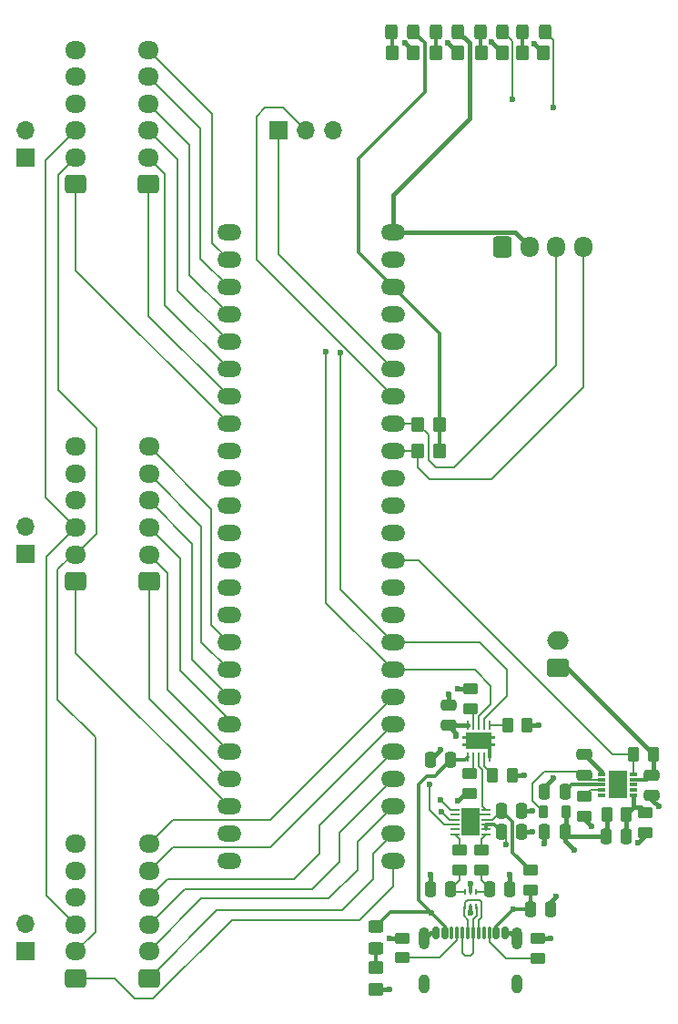
<source format=gtl>
G04 #@! TF.GenerationSoftware,KiCad,Pcbnew,8.0.8*
G04 #@! TF.CreationDate,2025-03-10T12:23:01-04:00*
G04 #@! TF.ProjectId,ground-receiver,67726f75-6e64-42d7-9265-636569766572,rev?*
G04 #@! TF.SameCoordinates,Original*
G04 #@! TF.FileFunction,Copper,L1,Top*
G04 #@! TF.FilePolarity,Positive*
%FSLAX46Y46*%
G04 Gerber Fmt 4.6, Leading zero omitted, Abs format (unit mm)*
G04 Created by KiCad (PCBNEW 8.0.8) date 2025-03-10 12:23:01*
%MOMM*%
%LPD*%
G01*
G04 APERTURE LIST*
G04 Aperture macros list*
%AMRoundRect*
0 Rectangle with rounded corners*
0 $1 Rounding radius*
0 $2 $3 $4 $5 $6 $7 $8 $9 X,Y pos of 4 corners*
0 Add a 4 corners polygon primitive as box body*
4,1,4,$2,$3,$4,$5,$6,$7,$8,$9,$2,$3,0*
0 Add four circle primitives for the rounded corners*
1,1,$1+$1,$2,$3*
1,1,$1+$1,$4,$5*
1,1,$1+$1,$6,$7*
1,1,$1+$1,$8,$9*
0 Add four rect primitives between the rounded corners*
20,1,$1+$1,$2,$3,$4,$5,0*
20,1,$1+$1,$4,$5,$6,$7,0*
20,1,$1+$1,$6,$7,$8,$9,0*
20,1,$1+$1,$8,$9,$2,$3,0*%
G04 Aperture macros list end*
G04 #@! TA.AperFunction,EtchedComponent*
%ADD10C,0.000000*%
G04 #@! TD*
G04 #@! TA.AperFunction,SMDPad,CuDef*
%ADD11RoundRect,0.050000X0.350000X0.050000X-0.350000X0.050000X-0.350000X-0.050000X0.350000X-0.050000X0*%
G04 #@! TD*
G04 #@! TA.AperFunction,HeatsinkPad*
%ADD12R,1.700000X2.500000*%
G04 #@! TD*
G04 #@! TA.AperFunction,SMDPad,CuDef*
%ADD13R,0.254000X0.812800*%
G04 #@! TD*
G04 #@! TA.AperFunction,SMDPad,CuDef*
%ADD14R,2.400000X1.650000*%
G04 #@! TD*
G04 #@! TA.AperFunction,SMDPad,CuDef*
%ADD15RoundRect,0.250000X0.262500X0.450000X-0.262500X0.450000X-0.262500X-0.450000X0.262500X-0.450000X0*%
G04 #@! TD*
G04 #@! TA.AperFunction,ComponentPad*
%ADD16RoundRect,0.250000X-0.600000X-0.725000X0.600000X-0.725000X0.600000X0.725000X-0.600000X0.725000X0*%
G04 #@! TD*
G04 #@! TA.AperFunction,ComponentPad*
%ADD17O,1.700000X1.950000*%
G04 #@! TD*
G04 #@! TA.AperFunction,SMDPad,CuDef*
%ADD18RoundRect,0.250000X-0.350000X-0.450000X0.350000X-0.450000X0.350000X0.450000X-0.350000X0.450000X0*%
G04 #@! TD*
G04 #@! TA.AperFunction,SMDPad,CuDef*
%ADD19RoundRect,0.250000X-0.450000X0.262500X-0.450000X-0.262500X0.450000X-0.262500X0.450000X0.262500X0*%
G04 #@! TD*
G04 #@! TA.AperFunction,SMDPad,CuDef*
%ADD20RoundRect,0.250000X0.250000X0.475000X-0.250000X0.475000X-0.250000X-0.475000X0.250000X-0.475000X0*%
G04 #@! TD*
G04 #@! TA.AperFunction,SMDPad,CuDef*
%ADD21RoundRect,0.250000X-0.250000X-0.475000X0.250000X-0.475000X0.250000X0.475000X-0.250000X0.475000X0*%
G04 #@! TD*
G04 #@! TA.AperFunction,SMDPad,CuDef*
%ADD22RoundRect,0.250000X0.450000X-0.262500X0.450000X0.262500X-0.450000X0.262500X-0.450000X-0.262500X0*%
G04 #@! TD*
G04 #@! TA.AperFunction,SMDPad,CuDef*
%ADD23RoundRect,0.250000X0.475000X-0.250000X0.475000X0.250000X-0.475000X0.250000X-0.475000X-0.250000X0*%
G04 #@! TD*
G04 #@! TA.AperFunction,ComponentPad*
%ADD24O,2.250000X1.500000*%
G04 #@! TD*
G04 #@! TA.AperFunction,ComponentPad*
%ADD25RoundRect,0.250000X0.725000X-0.600000X0.725000X0.600000X-0.725000X0.600000X-0.725000X-0.600000X0*%
G04 #@! TD*
G04 #@! TA.AperFunction,ComponentPad*
%ADD26O,1.950000X1.700000*%
G04 #@! TD*
G04 #@! TA.AperFunction,SMDPad,CuDef*
%ADD27RoundRect,0.250000X0.450000X-0.325000X0.450000X0.325000X-0.450000X0.325000X-0.450000X-0.325000X0*%
G04 #@! TD*
G04 #@! TA.AperFunction,SMDPad,CuDef*
%ADD28RoundRect,0.250000X-0.475000X0.250000X-0.475000X-0.250000X0.475000X-0.250000X0.475000X0.250000X0*%
G04 #@! TD*
G04 #@! TA.AperFunction,ComponentPad*
%ADD29RoundRect,0.250000X0.750000X-0.600000X0.750000X0.600000X-0.750000X0.600000X-0.750000X-0.600000X0*%
G04 #@! TD*
G04 #@! TA.AperFunction,ComponentPad*
%ADD30O,2.000000X1.700000*%
G04 #@! TD*
G04 #@! TA.AperFunction,SMDPad,CuDef*
%ADD31RoundRect,0.250000X-0.325000X-0.450000X0.325000X-0.450000X0.325000X0.450000X-0.325000X0.450000X0*%
G04 #@! TD*
G04 #@! TA.AperFunction,ComponentPad*
%ADD32R,1.700000X1.700000*%
G04 #@! TD*
G04 #@! TA.AperFunction,ComponentPad*
%ADD33O,1.700000X1.700000*%
G04 #@! TD*
G04 #@! TA.AperFunction,SMDPad,CuDef*
%ADD34R,0.279400X0.584200*%
G04 #@! TD*
G04 #@! TA.AperFunction,SMDPad,CuDef*
%ADD35RoundRect,0.250000X0.350000X0.450000X-0.350000X0.450000X-0.350000X-0.450000X0.350000X-0.450000X0*%
G04 #@! TD*
G04 #@! TA.AperFunction,SMDPad,CuDef*
%ADD36RoundRect,0.250000X-0.262500X-0.450000X0.262500X-0.450000X0.262500X0.450000X-0.262500X0.450000X0*%
G04 #@! TD*
G04 #@! TA.AperFunction,SMDPad,CuDef*
%ADD37R,0.800000X0.300000*%
G04 #@! TD*
G04 #@! TA.AperFunction,SMDPad,CuDef*
%ADD38R,1.750000X2.500000*%
G04 #@! TD*
G04 #@! TA.AperFunction,SMDPad,CuDef*
%ADD39RoundRect,0.218750X0.218750X0.381250X-0.218750X0.381250X-0.218750X-0.381250X0.218750X-0.381250X0*%
G04 #@! TD*
G04 #@! TA.AperFunction,SMDPad,CuDef*
%ADD40RoundRect,0.150000X-0.150000X-0.425000X0.150000X-0.425000X0.150000X0.425000X-0.150000X0.425000X0*%
G04 #@! TD*
G04 #@! TA.AperFunction,SMDPad,CuDef*
%ADD41RoundRect,0.075000X-0.075000X-0.500000X0.075000X-0.500000X0.075000X0.500000X-0.075000X0.500000X0*%
G04 #@! TD*
G04 #@! TA.AperFunction,HeatsinkPad*
%ADD42O,1.000000X2.100000*%
G04 #@! TD*
G04 #@! TA.AperFunction,HeatsinkPad*
%ADD43O,1.000000X1.800000*%
G04 #@! TD*
G04 #@! TA.AperFunction,SMDPad,CuDef*
%ADD44RoundRect,0.250000X-0.450000X0.350000X-0.450000X-0.350000X0.450000X-0.350000X0.450000X0.350000X0*%
G04 #@! TD*
G04 #@! TA.AperFunction,ViaPad*
%ADD45C,0.600000*%
G04 #@! TD*
G04 #@! TA.AperFunction,Conductor*
%ADD46C,0.152400*%
G04 #@! TD*
G04 #@! TA.AperFunction,Conductor*
%ADD47C,0.381000*%
G04 #@! TD*
G04 #@! TA.AperFunction,Conductor*
%ADD48C,0.304800*%
G04 #@! TD*
G04 #@! TA.AperFunction,Conductor*
%ADD49C,0.300000*%
G04 #@! TD*
G04 #@! TA.AperFunction,Conductor*
%ADD50C,0.200000*%
G04 #@! TD*
G04 APERTURE END LIST*
D10*
G04 #@! TA.AperFunction,EtchedComponent*
G36*
X153700252Y-111652263D02*
G01*
X153400252Y-111652263D01*
X153400252Y-111402263D01*
X153700252Y-111402263D01*
X153700252Y-111652263D01*
G37*
G04 #@! TD.AperFunction*
G04 #@! TA.AperFunction,EtchedComponent*
G36*
X153700252Y-111652263D02*
G01*
X153400252Y-111652263D01*
X153400252Y-111402263D01*
X153700252Y-111402263D01*
X153700252Y-111652263D01*
G37*
G04 #@! TD.AperFunction*
G04 #@! TA.AperFunction,EtchedComponent*
G36*
X156400252Y-111652263D02*
G01*
X156100252Y-111652263D01*
X156100252Y-111402263D01*
X156400252Y-111402263D01*
X156400252Y-111652263D01*
G37*
G04 #@! TD.AperFunction*
G04 #@! TA.AperFunction,EtchedComponent*
G36*
X156400252Y-111652263D02*
G01*
X156100252Y-111652263D01*
X156100252Y-111402263D01*
X156400252Y-111402263D01*
X156400252Y-111652263D01*
G37*
G04 #@! TD.AperFunction*
G04 #@! TA.AperFunction,EtchedComponent*
G36*
X153700252Y-110902137D02*
G01*
X153400252Y-110902137D01*
X153400252Y-110652137D01*
X153700252Y-110652137D01*
X153700252Y-110902137D01*
G37*
G04 #@! TD.AperFunction*
G04 #@! TA.AperFunction,EtchedComponent*
G36*
X153700252Y-110902137D02*
G01*
X153400252Y-110902137D01*
X153400252Y-110652137D01*
X153700252Y-110652137D01*
X153700252Y-110902137D01*
G37*
G04 #@! TD.AperFunction*
G04 #@! TA.AperFunction,EtchedComponent*
G36*
X156400252Y-110902137D02*
G01*
X156100252Y-110902137D01*
X156100252Y-110652137D01*
X156400252Y-110652137D01*
X156400252Y-110902137D01*
G37*
G04 #@! TD.AperFunction*
G04 #@! TA.AperFunction,EtchedComponent*
G36*
X156400252Y-110902137D02*
G01*
X156100252Y-110902137D01*
X156100252Y-110652137D01*
X156400252Y-110652137D01*
X156400252Y-110902137D01*
G37*
G04 #@! TD.AperFunction*
D11*
X155575000Y-119800000D03*
X155575000Y-119350000D03*
X155575000Y-118900000D03*
X155575000Y-118450000D03*
X155575000Y-118000000D03*
X155575000Y-117550000D03*
X152675000Y-117550000D03*
X152675000Y-118000000D03*
X152675000Y-118450000D03*
X152675000Y-118900000D03*
X152675000Y-119350000D03*
X152675000Y-119800000D03*
D12*
X154125000Y-118675000D03*
D13*
X153900000Y-112600000D03*
X154400126Y-112600000D03*
X154900252Y-112600000D03*
X155400378Y-112600000D03*
X155900504Y-112600000D03*
X155900504Y-109704400D03*
X155400378Y-109704400D03*
X154900252Y-109704400D03*
X154400126Y-109704400D03*
X153900000Y-109704400D03*
D14*
X154900252Y-111152200D03*
D15*
X171137500Y-112412500D03*
X169312500Y-112412500D03*
D16*
X157100000Y-65200000D03*
D17*
X159600000Y-65200000D03*
X162100000Y-65200000D03*
X164600000Y-65200000D03*
D18*
X155100000Y-47200000D03*
X157100000Y-47200000D03*
D19*
X164712500Y-116287500D03*
X164712500Y-118112500D03*
D20*
X162912500Y-115812500D03*
X161012500Y-115812500D03*
D19*
X155100000Y-121275000D03*
X155100000Y-123100000D03*
D20*
X157800000Y-124900000D03*
X155900000Y-124900000D03*
D15*
X168612500Y-118012500D03*
X166787500Y-118012500D03*
D21*
X161012500Y-119612500D03*
X162912500Y-119612500D03*
D19*
X147800000Y-129475000D03*
X147800000Y-131300000D03*
D20*
X158900000Y-119600000D03*
X157000000Y-119600000D03*
D22*
X170412500Y-119637500D03*
X170412500Y-117812500D03*
D23*
X164712500Y-114312500D03*
X164712500Y-112412500D03*
D24*
X131680000Y-66425000D03*
X131680000Y-68965000D03*
X131680000Y-71505000D03*
X131680000Y-74045000D03*
X131680000Y-99445000D03*
X146920000Y-68965000D03*
X131680000Y-76585000D03*
X131680000Y-79125000D03*
X146920000Y-63885000D03*
X131680000Y-81665000D03*
X131680000Y-84205000D03*
X131680000Y-86745000D03*
X131680000Y-89285000D03*
X131680000Y-91825000D03*
X131680000Y-94365000D03*
X131680000Y-96905000D03*
X146920000Y-96905000D03*
X146920000Y-94365000D03*
X146920000Y-91825000D03*
X146920000Y-89285000D03*
X146920000Y-86745000D03*
X146920000Y-84205000D03*
X146920000Y-81665000D03*
X146920000Y-79125000D03*
X146920000Y-76585000D03*
X146920000Y-74045000D03*
X146920000Y-71505000D03*
X131680000Y-101985000D03*
X131680000Y-104525000D03*
X131680000Y-107065000D03*
X131680000Y-109605000D03*
X131680000Y-112145000D03*
X131680000Y-114685000D03*
X131680000Y-117225000D03*
X131680000Y-119765000D03*
X131680000Y-122305000D03*
X146920000Y-122305000D03*
X146920000Y-119765000D03*
X146920000Y-117225000D03*
X146920000Y-114685000D03*
X146920000Y-112145000D03*
X146920000Y-109605000D03*
X146920000Y-107065000D03*
X146920000Y-104525000D03*
X146920000Y-101985000D03*
X131680000Y-63885000D03*
X146920000Y-66425000D03*
X146920000Y-99445000D03*
D21*
X150400000Y-124900000D03*
X152300000Y-124900000D03*
D18*
X150925000Y-47200000D03*
X152925000Y-47200000D03*
D25*
X124200000Y-96300000D03*
D26*
X124200000Y-93800000D03*
X124200000Y-91300000D03*
X124200000Y-88800000D03*
X124200000Y-86300000D03*
X124200000Y-83800000D03*
D22*
X154000000Y-116012500D03*
X154000000Y-114187500D03*
D19*
X153100000Y-121275000D03*
X153100000Y-123100000D03*
D27*
X145300000Y-130450000D03*
X145300000Y-128400000D03*
D28*
X170987500Y-114312500D03*
X170987500Y-116212500D03*
D29*
X162250000Y-104335130D03*
D30*
X162250000Y-101835130D03*
D31*
X158973800Y-45223800D03*
X161023800Y-45223800D03*
D32*
X136260000Y-54400000D03*
D33*
X138800000Y-54400000D03*
X141340000Y-54400000D03*
D25*
X117400000Y-59400000D03*
D26*
X117400000Y-56900000D03*
X117400000Y-54400000D03*
X117400000Y-51900000D03*
X117400000Y-49400000D03*
X117400000Y-46900000D03*
D25*
X124175000Y-59400000D03*
D26*
X124175000Y-56900000D03*
X124175000Y-54400000D03*
X124175000Y-51900000D03*
X124175000Y-49400000D03*
X124175000Y-46900000D03*
D33*
X112700000Y-91235000D03*
D32*
X112700000Y-93775000D03*
D33*
X112700000Y-128160000D03*
D32*
X112700000Y-130700000D03*
D34*
X153600000Y-126500000D03*
X154099999Y-126500000D03*
X154599998Y-126500000D03*
X154599998Y-125179200D03*
X154099999Y-125179200D03*
X153600000Y-125179200D03*
D18*
X158923800Y-47223800D03*
X160923800Y-47223800D03*
D31*
X155050000Y-45200000D03*
X157100000Y-45200000D03*
D35*
X151200000Y-81700000D03*
X149200000Y-81700000D03*
D19*
X160400000Y-129500000D03*
X160400000Y-131325000D03*
D20*
X161600000Y-126800000D03*
X159700000Y-126800000D03*
D28*
X152100000Y-107800000D03*
X152100000Y-109700000D03*
D36*
X156175000Y-114300000D03*
X158000000Y-114300000D03*
D37*
X166312500Y-114212500D03*
X166312500Y-114712500D03*
X166312500Y-115212500D03*
X166312500Y-115712500D03*
X166312500Y-116212500D03*
X169312500Y-116212500D03*
X169312500Y-115712500D03*
X169312500Y-115212500D03*
X169312500Y-114712500D03*
X169312500Y-114212500D03*
D38*
X167812500Y-115212500D03*
D39*
X163037500Y-117712500D03*
X160912500Y-117712500D03*
D31*
X150875000Y-45200000D03*
X152925000Y-45200000D03*
D20*
X158900000Y-117600000D03*
X157000000Y-117600000D03*
D21*
X150400000Y-112900000D03*
X152300000Y-112900000D03*
D18*
X146825000Y-47200000D03*
X148825000Y-47200000D03*
D35*
X151200000Y-84200000D03*
X149200000Y-84200000D03*
D33*
X112700000Y-54360000D03*
D32*
X112700000Y-56900000D03*
D31*
X146775000Y-45200000D03*
X148825000Y-45200000D03*
D40*
X150920000Y-128945000D03*
X151720000Y-128945000D03*
D41*
X152870000Y-128945000D03*
X153870000Y-128945000D03*
X154370000Y-128945000D03*
X155370000Y-128945000D03*
D40*
X156520000Y-128945000D03*
X157320000Y-128945000D03*
X157320000Y-128945000D03*
X156520000Y-128945000D03*
D41*
X155870000Y-128945000D03*
X154870000Y-128945000D03*
X153370000Y-128945000D03*
X152370000Y-128945000D03*
D40*
X151720000Y-128945000D03*
X150920000Y-128945000D03*
D42*
X149800000Y-129520000D03*
D43*
X149800000Y-133700000D03*
D42*
X158440000Y-129520000D03*
D43*
X158440000Y-133700000D03*
D19*
X159700000Y-123175000D03*
X159700000Y-125000000D03*
D44*
X145300000Y-132200000D03*
X145300000Y-134200000D03*
D22*
X154100000Y-108125000D03*
X154100000Y-106300000D03*
D36*
X157575000Y-109700000D03*
X159400000Y-109700000D03*
D20*
X168612500Y-120012500D03*
X166712500Y-120012500D03*
D25*
X117400000Y-96300000D03*
D26*
X117400000Y-93800000D03*
X117400000Y-91300000D03*
X117400000Y-88800000D03*
X117400000Y-86300000D03*
X117400000Y-83800000D03*
D25*
X117400000Y-133200000D03*
D26*
X117400000Y-130700000D03*
X117400000Y-128200000D03*
X117400000Y-125700000D03*
X117400000Y-123200000D03*
X117400000Y-120700000D03*
D25*
X124200000Y-133200000D03*
D26*
X124200000Y-130700000D03*
X124200000Y-128200000D03*
X124200000Y-125700000D03*
X124200000Y-123200000D03*
X124200000Y-120700000D03*
D45*
X151300000Y-112000000D03*
X150400000Y-123600000D03*
X163812500Y-121312500D03*
X154100000Y-119500000D03*
X148000000Y-46300000D03*
X155600000Y-111200000D03*
X146600000Y-134200000D03*
X159900000Y-119600000D03*
X159900000Y-117600000D03*
X157800000Y-123600000D03*
X152000000Y-46300000D03*
X167812500Y-116012500D03*
X167812500Y-114512500D03*
X160500000Y-109700000D03*
X152900000Y-106300000D03*
X156100000Y-46200000D03*
X154100000Y-117900000D03*
X169712500Y-120612500D03*
X165412500Y-119112500D03*
X152100000Y-106800000D03*
X162100000Y-125600000D03*
X154099999Y-127138779D03*
X152900000Y-116700000D03*
X146600000Y-129500000D03*
X161600000Y-129500000D03*
X171612500Y-117212500D03*
X161812500Y-114612500D03*
X161012500Y-120712500D03*
X154200000Y-111200000D03*
X160023800Y-46323800D03*
X159100000Y-114300000D03*
X151400000Y-117700000D03*
X157395200Y-120800000D03*
X158140000Y-126800000D03*
X154100000Y-124400000D03*
X150449999Y-127100000D03*
X152800000Y-110700000D03*
X151300000Y-116600000D03*
X150300000Y-115200000D03*
X140700000Y-75000000D03*
X158000000Y-51500000D03*
X161800000Y-52300000D03*
X141990065Y-75009935D03*
D46*
X124600000Y-135100000D02*
X131900000Y-127800000D01*
X146920000Y-124630000D02*
X146920000Y-122305000D01*
X122900000Y-135100000D02*
X124600000Y-135100000D01*
X131900000Y-127800000D02*
X143750000Y-127800000D01*
X121000000Y-133200000D02*
X122900000Y-135100000D01*
X143750000Y-127800000D02*
X146920000Y-124630000D01*
X117400000Y-133200000D02*
X121000000Y-133200000D01*
X145100000Y-121585000D02*
X146920000Y-119765000D01*
X142147600Y-126900000D02*
X145100000Y-123947600D01*
X130500000Y-126900000D02*
X142147600Y-126900000D01*
X124200000Y-133200000D02*
X130500000Y-126900000D01*
X145100000Y-123947600D02*
X145100000Y-121585000D01*
X143600000Y-120545000D02*
X146920000Y-117225000D01*
X143600000Y-123100000D02*
X143600000Y-120545000D01*
X140900000Y-125800000D02*
X143600000Y-123100000D01*
X129100000Y-125800000D02*
X140900000Y-125800000D01*
X124200000Y-130700000D02*
X129100000Y-125800000D01*
X141900000Y-122400000D02*
X141900000Y-119705000D01*
X141900000Y-119705000D02*
X146920000Y-114685000D01*
X139400000Y-124900000D02*
X141900000Y-122400000D01*
X127500000Y-124900000D02*
X139400000Y-124900000D01*
X124200000Y-128200000D02*
X127500000Y-124900000D01*
X140100000Y-118965000D02*
X146920000Y-112145000D01*
X140100000Y-121600000D02*
X140100000Y-118965000D01*
X125900000Y-124000000D02*
X137700000Y-124000000D01*
X137700000Y-124000000D02*
X140100000Y-121600000D01*
X124200000Y-125700000D02*
X125900000Y-124000000D01*
X135525000Y-121000000D02*
X146920000Y-109605000D01*
X124200000Y-123200000D02*
X126400000Y-121000000D01*
X126400000Y-121000000D02*
X135525000Y-121000000D01*
X135485000Y-118500000D02*
X146920000Y-107065000D01*
X126400000Y-118500000D02*
X135485000Y-118500000D01*
X124200000Y-120700000D02*
X126400000Y-118500000D01*
X167312500Y-112412500D02*
X169312500Y-112412500D01*
X149265000Y-94365000D02*
X167312500Y-112412500D01*
X146920000Y-94365000D02*
X149265000Y-94365000D01*
X154985000Y-101985000D02*
X157500000Y-104500000D01*
X146920000Y-101985000D02*
X154985000Y-101985000D01*
X154900252Y-108788334D02*
X154900252Y-109704400D01*
X156000000Y-106000000D02*
X156000000Y-107688586D01*
X154525000Y-104525000D02*
X156000000Y-106000000D01*
X146920000Y-104525000D02*
X154525000Y-104525000D01*
X156000000Y-107688586D02*
X154900252Y-108788334D01*
X119300000Y-82100000D02*
X119300000Y-91900000D01*
X115749184Y-78549184D02*
X119300000Y-82100000D01*
X115749184Y-58550816D02*
X115749184Y-78549184D01*
X119300000Y-91900000D02*
X117400000Y-93800000D01*
X117400000Y-56900000D02*
X115749184Y-58550816D01*
X114600000Y-88500000D02*
X117400000Y-91300000D01*
X114600000Y-57200000D02*
X114600000Y-88500000D01*
X117400000Y-54400000D02*
X114600000Y-57200000D01*
X117100000Y-93800000D02*
X117400000Y-93800000D01*
X115700000Y-95200000D02*
X117100000Y-93800000D01*
X119200000Y-128900000D02*
X119200000Y-110800000D01*
X119200000Y-110800000D02*
X115700000Y-107300000D01*
X115700000Y-107300000D02*
X115700000Y-95200000D01*
X117400000Y-130700000D02*
X119200000Y-128900000D01*
X114700000Y-125500000D02*
X114700000Y-94000000D01*
X117400000Y-128200000D02*
X114700000Y-125500000D01*
X114700000Y-94000000D02*
X117400000Y-91300000D01*
X157500000Y-106949811D02*
X157500000Y-104500000D01*
X155400378Y-109704400D02*
X155400378Y-109049433D01*
X155400378Y-109049433D02*
X157500000Y-106949811D01*
D47*
X163060130Y-104335130D02*
X162250000Y-104335130D01*
X171137500Y-112412500D02*
X163060130Y-104335130D01*
X150400000Y-112900000D02*
X151300000Y-112000000D01*
D48*
X149300000Y-125950001D02*
X150449999Y-127100000D01*
X150085130Y-114400000D02*
X149300000Y-115185130D01*
X150800000Y-114400000D02*
X150085130Y-114400000D01*
X149300000Y-115185130D02*
X149300000Y-125950001D01*
X152300000Y-112900000D02*
X150800000Y-114400000D01*
D47*
X150400000Y-124900000D02*
X150400000Y-123600000D01*
D48*
X146700000Y-127000000D02*
X150349999Y-127000000D01*
X150349999Y-127000000D02*
X150449999Y-127100000D01*
X145300000Y-128400000D02*
X146700000Y-127000000D01*
D46*
X117400000Y-67385000D02*
X131680000Y-81665000D01*
X117400000Y-59400000D02*
X117400000Y-67385000D01*
X130100000Y-52825000D02*
X124175000Y-46900000D01*
X131680000Y-66425000D02*
X130100000Y-64845000D01*
X130100000Y-64845000D02*
X130100000Y-52825000D01*
X129000000Y-54225000D02*
X124175000Y-49400000D01*
X129000000Y-66285000D02*
X129000000Y-54225000D01*
X131680000Y-68965000D02*
X129000000Y-66285000D01*
X128000000Y-55725000D02*
X124175000Y-51900000D01*
X128000000Y-67825000D02*
X128000000Y-55725000D01*
X131680000Y-71505000D02*
X128000000Y-67825000D01*
X126900000Y-69265000D02*
X131680000Y-74045000D01*
X126900000Y-57125000D02*
X126900000Y-69265000D01*
X124175000Y-54400000D02*
X126900000Y-57125000D01*
X125700000Y-70605000D02*
X131680000Y-76585000D01*
X125700000Y-58425000D02*
X125700000Y-70605000D01*
X124175000Y-56900000D02*
X125700000Y-58425000D01*
X124175000Y-71620000D02*
X131680000Y-79125000D01*
X124175000Y-59400000D02*
X124175000Y-71620000D01*
X117400000Y-102945000D02*
X131680000Y-117225000D01*
X117400000Y-96300000D02*
X117400000Y-102945000D01*
X124200000Y-96300000D02*
X124200000Y-107205000D01*
X124200000Y-107205000D02*
X131680000Y-114685000D01*
X125900000Y-106365000D02*
X131680000Y-112145000D01*
X125900000Y-95500000D02*
X125900000Y-106365000D01*
X124200000Y-93800000D02*
X125900000Y-95500000D01*
X127100000Y-94200000D02*
X127100000Y-104600000D01*
X131680000Y-109180000D02*
X131680000Y-109605000D01*
X124200000Y-91300000D02*
X127100000Y-94200000D01*
X127100000Y-104600000D02*
X131680000Y-109180000D01*
X128200000Y-92800000D02*
X128200000Y-103585000D01*
X128200000Y-103585000D02*
X131680000Y-107065000D01*
X124200000Y-88800000D02*
X128200000Y-92800000D01*
X129100000Y-101945000D02*
X131680000Y-104525000D01*
X129100000Y-91200000D02*
X129100000Y-101945000D01*
X124200000Y-86300000D02*
X129100000Y-91200000D01*
X131585000Y-101985000D02*
X131680000Y-101985000D01*
X130000000Y-89600000D02*
X130000000Y-100400000D01*
X124200000Y-83800000D02*
X130000000Y-89600000D01*
X130000000Y-100400000D02*
X131585000Y-101985000D01*
D47*
X158234500Y-63834500D02*
X146970500Y-63834500D01*
X166787500Y-119937500D02*
X166712500Y-120012500D01*
X146920000Y-60380000D02*
X154009500Y-53290500D01*
X163037500Y-119487500D02*
X162912500Y-119612500D01*
X166712500Y-120012500D02*
X163312500Y-120012500D01*
X159600000Y-65200000D02*
X158234500Y-63834500D01*
X154009500Y-53290500D02*
X154009500Y-46284500D01*
X163312500Y-120012500D02*
X162912500Y-119612500D01*
X166787500Y-118012500D02*
X166787500Y-119937500D01*
X163037500Y-117712500D02*
X163037500Y-119487500D01*
X146920000Y-63885000D02*
X146920000Y-60380000D01*
X154009500Y-46284500D02*
X152925000Y-45200000D01*
X162912500Y-119612500D02*
X162912500Y-120412500D01*
X162912500Y-120412500D02*
X163812500Y-121312500D01*
X146970500Y-63834500D02*
X146920000Y-63885000D01*
X168612500Y-118012500D02*
X169312500Y-117312500D01*
X168612500Y-118012500D02*
X168612500Y-120012500D01*
X169312500Y-117312500D02*
X169312500Y-116253000D01*
X169912500Y-117312500D02*
X170412500Y-117812500D01*
X169312500Y-117312500D02*
X169912500Y-117312500D01*
X145300000Y-134200000D02*
X146600000Y-134200000D01*
X148825000Y-47125000D02*
X148000000Y-46300000D01*
X154900252Y-111152200D02*
X155552200Y-111152200D01*
D49*
X155900504Y-112600000D02*
X155877378Y-112576874D01*
D47*
X157320000Y-128945000D02*
X157865000Y-128945000D01*
X170412500Y-119912500D02*
X169712500Y-120612500D01*
X148825000Y-47200000D02*
X148825000Y-47525000D01*
X150920000Y-128945000D02*
X150375000Y-128945000D01*
X161600000Y-126100000D02*
X162100000Y-125600000D01*
X152100000Y-107800000D02*
X152100000Y-106800000D01*
X164712500Y-118412500D02*
X165412500Y-119112500D01*
X167812500Y-115212500D02*
X167812500Y-116012500D01*
D49*
X155877378Y-112576874D02*
X155877378Y-111924365D01*
D47*
X155552200Y-111152200D02*
X155600000Y-111200000D01*
X158900000Y-119600000D02*
X159900000Y-119600000D01*
D46*
X154125000Y-117925000D02*
X154100000Y-117900000D01*
D47*
X152925000Y-47200000D02*
X152900000Y-47200000D01*
X161012500Y-115412500D02*
X161812500Y-114612500D01*
D46*
X154125000Y-119475000D02*
X154100000Y-119500000D01*
D47*
X159400000Y-109700000D02*
X160500000Y-109700000D01*
X161012500Y-119612500D02*
X161012500Y-120712500D01*
X161012500Y-115812500D02*
X161012500Y-115412500D01*
X157865000Y-128945000D02*
X158440000Y-129520000D01*
D46*
X155575000Y-118000000D02*
X154800000Y-118000000D01*
D47*
X167812500Y-115212500D02*
X167812500Y-114512500D01*
X146625000Y-129475000D02*
X146600000Y-129500000D01*
X147800000Y-129475000D02*
X146625000Y-129475000D01*
X164712500Y-118112500D02*
X164712500Y-118412500D01*
X170987500Y-116587500D02*
X171612500Y-117212500D01*
X154000000Y-116012500D02*
X153587500Y-116012500D01*
X160923800Y-47223800D02*
X160023800Y-46323800D01*
D46*
X154125000Y-118675000D02*
X154125000Y-117925000D01*
D47*
X170987500Y-116212500D02*
X170987500Y-116587500D01*
D49*
X154099999Y-126500000D02*
X154099999Y-127138779D01*
D47*
X154900252Y-111152200D02*
X154247800Y-111152200D01*
X154100000Y-106300000D02*
X152900000Y-106300000D01*
X150375000Y-128945000D02*
X149800000Y-129520000D01*
X154247800Y-111152200D02*
X154200000Y-111200000D01*
X157100000Y-47200000D02*
X156100000Y-46200000D01*
X153587500Y-116012500D02*
X152900000Y-116700000D01*
X170412500Y-119637500D02*
X170412500Y-119912500D01*
X148825000Y-47200000D02*
X148825000Y-47125000D01*
X152900000Y-47200000D02*
X152000000Y-46300000D01*
X160400000Y-129500000D02*
X161600000Y-129500000D01*
X158900000Y-117600000D02*
X159900000Y-117600000D01*
D46*
X154125000Y-118675000D02*
X154125000Y-119475000D01*
D47*
X158000000Y-114300000D02*
X159100000Y-114300000D01*
D46*
X154800000Y-118000000D02*
X154125000Y-118675000D01*
D47*
X161600000Y-126800000D02*
X161600000Y-126100000D01*
X157800000Y-124900000D02*
X157800000Y-123600000D01*
D49*
X163512500Y-115212500D02*
X166312500Y-115212500D01*
X162912500Y-115812500D02*
X163512500Y-115212500D01*
D50*
X159912500Y-116712500D02*
X160912500Y-117712500D01*
X165112500Y-114712500D02*
X166312500Y-114712500D01*
X159912500Y-115112500D02*
X159912500Y-116712500D01*
X164412500Y-114012500D02*
X161012500Y-114012500D01*
X161012500Y-114012500D02*
X159912500Y-115112500D01*
X164712500Y-114312500D02*
X165112500Y-114712500D01*
X164712500Y-114312500D02*
X164412500Y-114012500D01*
D47*
X164712500Y-112412500D02*
X166312500Y-114012500D01*
X166312500Y-114012500D02*
X166312500Y-114172000D01*
D48*
X157000000Y-117600000D02*
X158047600Y-118647600D01*
D46*
X155575000Y-118450000D02*
X156150000Y-118450000D01*
D48*
X158047600Y-118647600D02*
X158047600Y-121522600D01*
X158047600Y-121522600D02*
X159700000Y-123175000D01*
D46*
X156150000Y-118450000D02*
X157000000Y-117600000D01*
X157395200Y-119995200D02*
X157000000Y-119600000D01*
D48*
X156302400Y-118902400D02*
X155575000Y-118902400D01*
D46*
X157395200Y-120800000D02*
X157395200Y-119995200D01*
D48*
X157000000Y-119600000D02*
X156302400Y-118902400D01*
D46*
X152150000Y-118450000D02*
X151400000Y-117700000D01*
X152675000Y-118450000D02*
X152150000Y-118450000D01*
D48*
X155575000Y-118902400D02*
X155575000Y-119347600D01*
D50*
X155100000Y-123100000D02*
X155100000Y-124100000D01*
X155100000Y-124100000D02*
X155900000Y-124900000D01*
X155620800Y-125179200D02*
X155900000Y-124900000D01*
X154599998Y-125179200D02*
X155620800Y-125179200D01*
X153100000Y-124100000D02*
X152300000Y-124900000D01*
X152579200Y-125179200D02*
X152300000Y-124900000D01*
X153100000Y-123100000D02*
X153100000Y-124100000D01*
X153600000Y-125179200D02*
X152579200Y-125179200D01*
D48*
X151720000Y-128370001D02*
X151720000Y-128945000D01*
X153600000Y-112900000D02*
X153900000Y-112600000D01*
X158140000Y-126800000D02*
X159700000Y-126800000D01*
X154099999Y-124400001D02*
X154100000Y-124400000D01*
X156520000Y-128420000D02*
X158140000Y-126800000D01*
X150449999Y-127100000D02*
X151720000Y-128370001D01*
X152300000Y-112900000D02*
X153600000Y-112900000D01*
X154099999Y-125179200D02*
X154099999Y-124400001D01*
X156520000Y-128945000D02*
X156520000Y-128420000D01*
X159700000Y-126800000D02*
X159700000Y-125000000D01*
D47*
X171137500Y-112412500D02*
X171137500Y-114162500D01*
X152100000Y-109700000D02*
X153878226Y-109700000D01*
X171137500Y-114162500D02*
X170987500Y-114312500D01*
D49*
X170987500Y-114312500D02*
X170587500Y-114712500D01*
X170587500Y-114712500D02*
X169312500Y-114712500D01*
D47*
X153878226Y-109700000D02*
X153882626Y-109704400D01*
X152800000Y-110400000D02*
X152100000Y-109700000D01*
X152800000Y-110700000D02*
X152800000Y-110400000D01*
D46*
X134200000Y-66405000D02*
X134200000Y-53100000D01*
X152675000Y-117550000D02*
X152250000Y-117550000D01*
X134200000Y-53100000D02*
X135000000Y-52300000D01*
X136700000Y-52300000D02*
X138800000Y-54400000D01*
X152250000Y-117550000D02*
X151300000Y-116600000D01*
X146920000Y-79125000D02*
X134200000Y-66405000D01*
X135000000Y-52300000D02*
X136700000Y-52300000D01*
X151681148Y-118900000D02*
X150300000Y-117518852D01*
X150300000Y-117518852D02*
X150300000Y-115200000D01*
X146920000Y-76585000D02*
X136260000Y-65925000D01*
X136260000Y-65925000D02*
X136260000Y-54400000D01*
X152675000Y-118900000D02*
X151681148Y-118900000D01*
D50*
X154370000Y-130830000D02*
X154370000Y-128945000D01*
X153370000Y-128945000D02*
X153370000Y-130820000D01*
X154699999Y-126600001D02*
X154599998Y-126500000D01*
X153370000Y-130820000D02*
X153650000Y-131100000D01*
X154100000Y-131100000D02*
X154370000Y-130830000D01*
X154699999Y-127387308D02*
X154699999Y-126600001D01*
X154370000Y-127717307D02*
X154699999Y-127387308D01*
X153650000Y-131100000D02*
X154100000Y-131100000D01*
X154370000Y-128945000D02*
X154370000Y-127717307D01*
X153600000Y-126134100D02*
X153600000Y-126500000D01*
X153870000Y-127757309D02*
X153499999Y-127387308D01*
X154870000Y-128945000D02*
X154870000Y-127782993D01*
X153499999Y-126600001D02*
X153600000Y-126500000D01*
X153499999Y-127387308D02*
X153499999Y-126600001D01*
X153826200Y-125907900D02*
X153600000Y-126134100D01*
X154870000Y-127782993D02*
X155099999Y-127552994D01*
X155099999Y-126071299D02*
X154936600Y-125907900D01*
X155099999Y-127552994D02*
X155099999Y-126071299D01*
X154936600Y-125907900D02*
X153826200Y-125907900D01*
X153870000Y-128945000D02*
X153870000Y-127757309D01*
D46*
X147800000Y-131300000D02*
X151236350Y-131300000D01*
X151236350Y-131300000D02*
X152870000Y-129666350D01*
X152870000Y-129666350D02*
X152870000Y-128945000D01*
X155870000Y-128945000D02*
X155870000Y-129800936D01*
X157394064Y-131325000D02*
X160400000Y-131325000D01*
X155870000Y-129800936D02*
X157394064Y-131325000D01*
X131185000Y-101985000D02*
X131680000Y-101985000D01*
X149065000Y-81665000D02*
X146920000Y-81665000D01*
X149200000Y-81700000D02*
X149100000Y-81700000D01*
X149100000Y-81700000D02*
X149065000Y-81665000D01*
X149200000Y-81700000D02*
X150200000Y-82700000D01*
X150200000Y-82700000D02*
X150200000Y-85000000D01*
X150900000Y-85700000D02*
X152600000Y-85700000D01*
X152600000Y-85700000D02*
X162100000Y-76200000D01*
X150200000Y-85000000D02*
X150900000Y-85700000D01*
X162100000Y-76200000D02*
X162100000Y-65200000D01*
X149200000Y-84200000D02*
X146925000Y-84200000D01*
X149200000Y-84200000D02*
X149200000Y-85700000D01*
X149200000Y-85700000D02*
X150300000Y-86800000D01*
X146925000Y-84200000D02*
X146920000Y-84205000D01*
X164600000Y-78300000D02*
X164600000Y-65200000D01*
X150300000Y-86800000D02*
X156100000Y-86800000D01*
X156100000Y-86800000D02*
X164600000Y-78300000D01*
X166312500Y-115712500D02*
X165287500Y-115712500D01*
X165287500Y-115712500D02*
X164712500Y-116287500D01*
D48*
X145300000Y-132200000D02*
X145300000Y-130450000D01*
D46*
X155200000Y-113823369D02*
X154900252Y-113523621D01*
X155575000Y-117550000D02*
X155200000Y-117175000D01*
X155200000Y-117175000D02*
X155200000Y-113823369D01*
X154900252Y-113523621D02*
X154900252Y-112600000D01*
D50*
X153100000Y-121275000D02*
X153100000Y-120225000D01*
X153100000Y-120225000D02*
X152675000Y-119800000D01*
X155100000Y-121275000D02*
X155100000Y-120275000D01*
X155100000Y-120275000D02*
X155575000Y-119800000D01*
D46*
X155400378Y-113525378D02*
X155400378Y-112600000D01*
X156175000Y-114300000D02*
X155400378Y-113525378D01*
X154400126Y-112600000D02*
X154400126Y-113787374D01*
X154400126Y-113787374D02*
X154000000Y-114187500D01*
X154100000Y-108125000D02*
X154400126Y-108425126D01*
X154400126Y-108425126D02*
X154400126Y-109704400D01*
X155900504Y-109704400D02*
X157570600Y-109704400D01*
X157570600Y-109704400D02*
X157575000Y-109700000D01*
X158000000Y-46100000D02*
X158000000Y-51500000D01*
X157100000Y-45200000D02*
X158000000Y-46100000D01*
X140700000Y-98305000D02*
X140700000Y-75000000D01*
X146920000Y-104525000D02*
X140700000Y-98305000D01*
X161800000Y-52300000D02*
X161823800Y-52323800D01*
X161023800Y-45223800D02*
X161800000Y-46000000D01*
X146920000Y-101985000D02*
X141990065Y-97055065D01*
X161800000Y-46000000D02*
X161800000Y-52300000D01*
X141990065Y-97055065D02*
X141990065Y-75009935D01*
D48*
X146825000Y-45250000D02*
X146775000Y-45200000D01*
X146825000Y-47200000D02*
X146825000Y-45250000D01*
X150925000Y-45250000D02*
X150875000Y-45200000D01*
X150925000Y-47200000D02*
X150925000Y-45250000D01*
X158923800Y-47223800D02*
X158923800Y-45273800D01*
X158923800Y-45273800D02*
X158973800Y-45223800D01*
X155050000Y-45200000D02*
X155050000Y-47150000D01*
X155050000Y-47150000D02*
X155100000Y-47200000D01*
D50*
X169312500Y-112412500D02*
X169312500Y-114212500D01*
D48*
X151200000Y-81700000D02*
X151200000Y-73245000D01*
X149900000Y-46275000D02*
X148825000Y-45200000D01*
X146920000Y-68965000D02*
X143700000Y-65745000D01*
X149900000Y-50800000D02*
X149900000Y-46275000D01*
X143700000Y-57000000D02*
X149900000Y-50800000D01*
X143700000Y-65745000D02*
X143700000Y-57000000D01*
X151200000Y-73245000D02*
X146920000Y-68965000D01*
X151200000Y-84200000D02*
X151200000Y-81700000D01*
M02*

</source>
